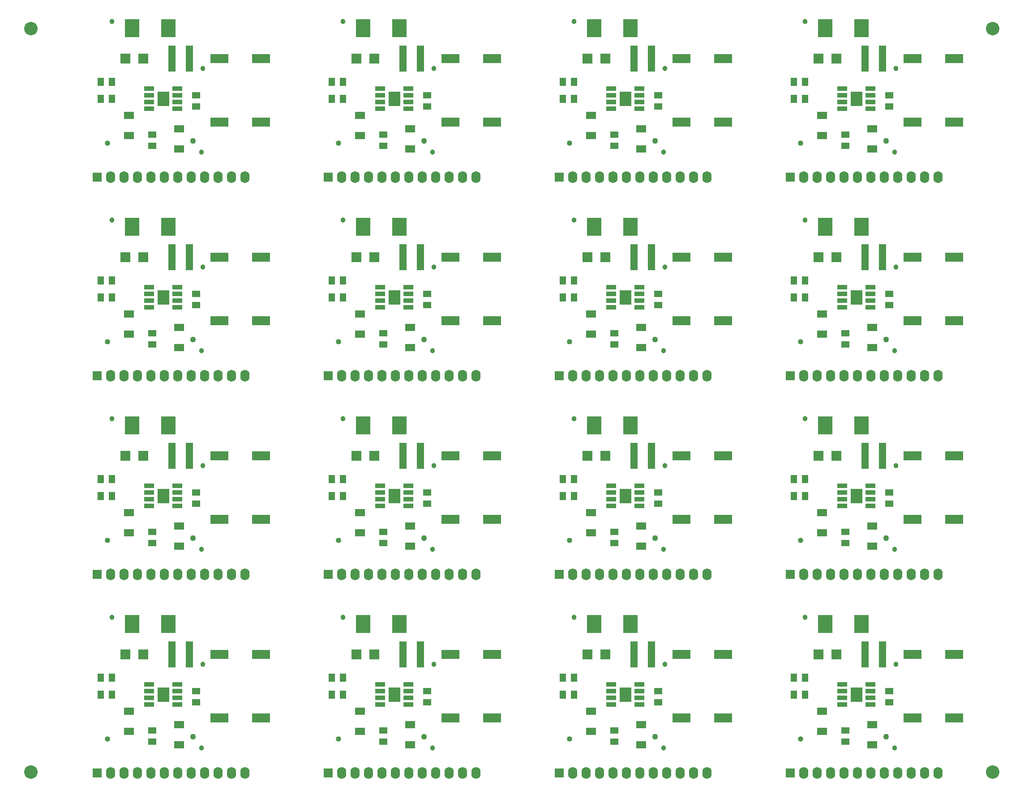
<source format=gts>
G04*
G04 #@! TF.GenerationSoftware,Altium Limited,Altium Designer,18.1.9 (240)*
G04*
G04 Layer_Color=8388736*
%FSLAX24Y24*%
%MOIN*%
G70*
G01*
G75*
%ADD27C,0.0400*%
%ADD36C,0.1000*%
%ADD37R,0.1360X0.0680*%
%ADD38R,0.0780X0.0360*%
%ADD39R,0.0880X0.1080*%
%ADD40R,0.0480X0.0590*%
%ADD41R,0.0540X0.1930*%
%ADD42R,0.1080X0.1380*%
%ADD43R,0.0780X0.0580*%
%ADD44R,0.0720X0.0720*%
%ADD45R,0.0590X0.0480*%
%ADD46O,0.0680X0.0880*%
%ADD47R,0.0680X0.0680*%
%ADD48C,0.0380*%
%ADD49C,0.0430*%
D27*
X6680Y5960D02*
D03*
X23880D02*
D03*
X41080D02*
D03*
X58280D02*
D03*
X6680Y20760D02*
D03*
X23880D02*
D03*
X41080D02*
D03*
X58280D02*
D03*
X6680Y35560D02*
D03*
X23880D02*
D03*
X41080D02*
D03*
X58280D02*
D03*
X6680Y50360D02*
D03*
X23880D02*
D03*
X41080D02*
D03*
X58280D02*
D03*
D36*
X72600Y3500D02*
D03*
Y58900D02*
D03*
X1000D02*
D03*
Y3500D02*
D03*
D37*
X18125Y12275D02*
D03*
X15025D02*
D03*
X18125Y7525D02*
D03*
X15025D02*
D03*
X35325Y12275D02*
D03*
X32225D02*
D03*
X35325Y7525D02*
D03*
X32225D02*
D03*
X52525Y12275D02*
D03*
X49425D02*
D03*
X52525Y7525D02*
D03*
X49425D02*
D03*
X69725Y12275D02*
D03*
X66625D02*
D03*
X69725Y7525D02*
D03*
X66625D02*
D03*
X18125Y27075D02*
D03*
X15025D02*
D03*
X18125Y22325D02*
D03*
X15025D02*
D03*
X35325Y27075D02*
D03*
X32225D02*
D03*
X35325Y22325D02*
D03*
X32225D02*
D03*
X52525Y27075D02*
D03*
X49425D02*
D03*
X52525Y22325D02*
D03*
X49425D02*
D03*
X69725Y27075D02*
D03*
X66625D02*
D03*
X69725Y22325D02*
D03*
X66625D02*
D03*
X18125Y41875D02*
D03*
X15025D02*
D03*
X18125Y37125D02*
D03*
X15025D02*
D03*
X35325Y41875D02*
D03*
X32225D02*
D03*
X35325Y37125D02*
D03*
X32225D02*
D03*
X52525Y41875D02*
D03*
X49425D02*
D03*
X52525Y37125D02*
D03*
X49425D02*
D03*
X69725Y41875D02*
D03*
X66625D02*
D03*
X69725Y37125D02*
D03*
X66625D02*
D03*
X18125Y56675D02*
D03*
X15025D02*
D03*
X18125Y51925D02*
D03*
X15025D02*
D03*
X35325Y56675D02*
D03*
X32225D02*
D03*
X35325Y51925D02*
D03*
X32225D02*
D03*
X52525Y56675D02*
D03*
X49425D02*
D03*
X52525Y51925D02*
D03*
X49425D02*
D03*
X69725Y56675D02*
D03*
X66625D02*
D03*
X69725Y51925D02*
D03*
X66625D02*
D03*
D38*
X11875Y10025D02*
D03*
Y8525D02*
D03*
Y9025D02*
D03*
Y9525D02*
D03*
X9775Y10025D02*
D03*
Y8525D02*
D03*
Y9025D02*
D03*
Y9525D02*
D03*
X29075Y10025D02*
D03*
Y8525D02*
D03*
Y9025D02*
D03*
Y9525D02*
D03*
X26975Y10025D02*
D03*
Y8525D02*
D03*
Y9025D02*
D03*
Y9525D02*
D03*
X46275Y10025D02*
D03*
Y8525D02*
D03*
Y9025D02*
D03*
Y9525D02*
D03*
X44175Y10025D02*
D03*
Y8525D02*
D03*
Y9025D02*
D03*
Y9525D02*
D03*
X63475Y10025D02*
D03*
Y8525D02*
D03*
Y9025D02*
D03*
Y9525D02*
D03*
X61375Y10025D02*
D03*
Y8525D02*
D03*
Y9025D02*
D03*
Y9525D02*
D03*
X11875Y24825D02*
D03*
Y23325D02*
D03*
Y23825D02*
D03*
Y24325D02*
D03*
X9775Y24825D02*
D03*
Y23325D02*
D03*
Y23825D02*
D03*
Y24325D02*
D03*
X29075Y24825D02*
D03*
Y23325D02*
D03*
Y23825D02*
D03*
Y24325D02*
D03*
X26975Y24825D02*
D03*
Y23325D02*
D03*
Y23825D02*
D03*
Y24325D02*
D03*
X46275Y24825D02*
D03*
Y23325D02*
D03*
Y23825D02*
D03*
Y24325D02*
D03*
X44175Y24825D02*
D03*
Y23325D02*
D03*
Y23825D02*
D03*
Y24325D02*
D03*
X63475Y24825D02*
D03*
Y23325D02*
D03*
Y23825D02*
D03*
Y24325D02*
D03*
X61375Y24825D02*
D03*
Y23325D02*
D03*
Y23825D02*
D03*
Y24325D02*
D03*
X11875Y39625D02*
D03*
Y38125D02*
D03*
Y38625D02*
D03*
Y39125D02*
D03*
X9775Y39625D02*
D03*
Y38125D02*
D03*
Y38625D02*
D03*
Y39125D02*
D03*
X29075Y39625D02*
D03*
Y38125D02*
D03*
Y38625D02*
D03*
Y39125D02*
D03*
X26975Y39625D02*
D03*
Y38125D02*
D03*
Y38625D02*
D03*
Y39125D02*
D03*
X46275Y39625D02*
D03*
Y38125D02*
D03*
Y38625D02*
D03*
Y39125D02*
D03*
X44175Y39625D02*
D03*
Y38125D02*
D03*
Y38625D02*
D03*
Y39125D02*
D03*
X63475Y39625D02*
D03*
Y38125D02*
D03*
Y38625D02*
D03*
Y39125D02*
D03*
X61375Y39625D02*
D03*
Y38125D02*
D03*
Y38625D02*
D03*
Y39125D02*
D03*
X11875Y54425D02*
D03*
Y52925D02*
D03*
Y53425D02*
D03*
Y53925D02*
D03*
X9775Y54425D02*
D03*
Y52925D02*
D03*
Y53425D02*
D03*
Y53925D02*
D03*
X29075Y54425D02*
D03*
Y52925D02*
D03*
Y53425D02*
D03*
Y53925D02*
D03*
X26975Y54425D02*
D03*
Y52925D02*
D03*
Y53425D02*
D03*
Y53925D02*
D03*
X46275Y54425D02*
D03*
Y52925D02*
D03*
Y53425D02*
D03*
Y53925D02*
D03*
X44175Y54425D02*
D03*
Y52925D02*
D03*
Y53425D02*
D03*
Y53925D02*
D03*
X63475Y54425D02*
D03*
Y52925D02*
D03*
Y53425D02*
D03*
Y53925D02*
D03*
X61375Y54425D02*
D03*
Y52925D02*
D03*
Y53425D02*
D03*
Y53925D02*
D03*
D39*
X10835Y9275D02*
D03*
X28035D02*
D03*
X45235D02*
D03*
X62435D02*
D03*
X10835Y24075D02*
D03*
X28035D02*
D03*
X45235D02*
D03*
X62435D02*
D03*
X10835Y38875D02*
D03*
X28035D02*
D03*
X45235D02*
D03*
X62435D02*
D03*
X10835Y53675D02*
D03*
X28035D02*
D03*
X45235D02*
D03*
X62435D02*
D03*
D40*
X6195Y10525D02*
D03*
X7025D02*
D03*
X6195Y9275D02*
D03*
X7025D02*
D03*
X23395Y10525D02*
D03*
X24225D02*
D03*
X23395Y9275D02*
D03*
X24225D02*
D03*
X40595Y10525D02*
D03*
X41425D02*
D03*
X40595Y9275D02*
D03*
X41425D02*
D03*
X57795Y10525D02*
D03*
X58625D02*
D03*
X57795Y9275D02*
D03*
X58625D02*
D03*
X6195Y25325D02*
D03*
X7025D02*
D03*
X6195Y24075D02*
D03*
X7025D02*
D03*
X23395Y25325D02*
D03*
X24225D02*
D03*
X23395Y24075D02*
D03*
X24225D02*
D03*
X40595Y25325D02*
D03*
X41425D02*
D03*
X40595Y24075D02*
D03*
X41425D02*
D03*
X57795Y25325D02*
D03*
X58625D02*
D03*
X57795Y24075D02*
D03*
X58625D02*
D03*
X6195Y40125D02*
D03*
X7025D02*
D03*
X6195Y38875D02*
D03*
X7025D02*
D03*
X23395Y40125D02*
D03*
X24225D02*
D03*
X23395Y38875D02*
D03*
X24225D02*
D03*
X40595Y40125D02*
D03*
X41425D02*
D03*
X40595Y38875D02*
D03*
X41425D02*
D03*
X57795Y40125D02*
D03*
X58625D02*
D03*
X57795Y38875D02*
D03*
X58625D02*
D03*
X6195Y54925D02*
D03*
X7025D02*
D03*
X6195Y53675D02*
D03*
X7025D02*
D03*
X23395Y54925D02*
D03*
X24225D02*
D03*
X23395Y53675D02*
D03*
X24225D02*
D03*
X40595Y54925D02*
D03*
X41425D02*
D03*
X40595Y53675D02*
D03*
X41425D02*
D03*
X57795Y54925D02*
D03*
X58625D02*
D03*
X57795Y53675D02*
D03*
X58625D02*
D03*
D41*
X11475Y12275D02*
D03*
X12775D02*
D03*
X28675D02*
D03*
X29975D02*
D03*
X45875D02*
D03*
X47175D02*
D03*
X63075D02*
D03*
X64375D02*
D03*
X11475Y27075D02*
D03*
X12775D02*
D03*
X28675D02*
D03*
X29975D02*
D03*
X45875D02*
D03*
X47175D02*
D03*
X63075D02*
D03*
X64375D02*
D03*
X11475Y41875D02*
D03*
X12775D02*
D03*
X28675D02*
D03*
X29975D02*
D03*
X45875D02*
D03*
X47175D02*
D03*
X63075D02*
D03*
X64375D02*
D03*
X11475Y56675D02*
D03*
X12775D02*
D03*
X28675D02*
D03*
X29975D02*
D03*
X45875D02*
D03*
X47175D02*
D03*
X63075D02*
D03*
X64375D02*
D03*
D42*
X8525Y14525D02*
D03*
X11225D02*
D03*
X25725D02*
D03*
X28425D02*
D03*
X42925D02*
D03*
X45625D02*
D03*
X60125D02*
D03*
X62825D02*
D03*
X8525Y29325D02*
D03*
X11225D02*
D03*
X25725D02*
D03*
X28425D02*
D03*
X42925D02*
D03*
X45625D02*
D03*
X60125D02*
D03*
X62825D02*
D03*
X8525Y44125D02*
D03*
X11225D02*
D03*
X25725D02*
D03*
X28425D02*
D03*
X42925D02*
D03*
X45625D02*
D03*
X60125D02*
D03*
X62825D02*
D03*
X8525Y58925D02*
D03*
X11225D02*
D03*
X25725D02*
D03*
X28425D02*
D03*
X42925D02*
D03*
X45625D02*
D03*
X60125D02*
D03*
X62825D02*
D03*
D43*
X8275Y6525D02*
D03*
Y8025D02*
D03*
X12025Y7025D02*
D03*
Y5525D02*
D03*
X25475Y6525D02*
D03*
Y8025D02*
D03*
X29225Y7025D02*
D03*
Y5525D02*
D03*
X42675Y6525D02*
D03*
Y8025D02*
D03*
X46425Y7025D02*
D03*
Y5525D02*
D03*
X59875Y6525D02*
D03*
Y8025D02*
D03*
X63625Y7025D02*
D03*
Y5525D02*
D03*
X8275Y21325D02*
D03*
Y22825D02*
D03*
X12025Y21825D02*
D03*
Y20325D02*
D03*
X25475Y21325D02*
D03*
Y22825D02*
D03*
X29225Y21825D02*
D03*
Y20325D02*
D03*
X42675Y21325D02*
D03*
Y22825D02*
D03*
X46425Y21825D02*
D03*
Y20325D02*
D03*
X59875Y21325D02*
D03*
Y22825D02*
D03*
X63625Y21825D02*
D03*
Y20325D02*
D03*
X8275Y36125D02*
D03*
Y37625D02*
D03*
X12025Y36625D02*
D03*
Y35125D02*
D03*
X25475Y36125D02*
D03*
Y37625D02*
D03*
X29225Y36625D02*
D03*
Y35125D02*
D03*
X42675Y36125D02*
D03*
Y37625D02*
D03*
X46425Y36625D02*
D03*
Y35125D02*
D03*
X59875Y36125D02*
D03*
Y37625D02*
D03*
X63625Y36625D02*
D03*
Y35125D02*
D03*
X8275Y50925D02*
D03*
Y52425D02*
D03*
X12025Y51425D02*
D03*
Y49925D02*
D03*
X25475Y50925D02*
D03*
Y52425D02*
D03*
X29225Y51425D02*
D03*
Y49925D02*
D03*
X42675Y50925D02*
D03*
Y52425D02*
D03*
X46425Y51425D02*
D03*
Y49925D02*
D03*
X59875Y50925D02*
D03*
Y52425D02*
D03*
X63625Y51425D02*
D03*
Y49925D02*
D03*
D44*
X9365Y12275D02*
D03*
X8025D02*
D03*
X26565D02*
D03*
X25225D02*
D03*
X43765D02*
D03*
X42425D02*
D03*
X60965D02*
D03*
X59625D02*
D03*
X9365Y27075D02*
D03*
X8025D02*
D03*
X26565D02*
D03*
X25225D02*
D03*
X43765D02*
D03*
X42425D02*
D03*
X60965D02*
D03*
X59625D02*
D03*
X9365Y41875D02*
D03*
X8025D02*
D03*
X26565D02*
D03*
X25225D02*
D03*
X43765D02*
D03*
X42425D02*
D03*
X60965D02*
D03*
X59625D02*
D03*
X9365Y56675D02*
D03*
X8025D02*
D03*
X26565D02*
D03*
X25225D02*
D03*
X43765D02*
D03*
X42425D02*
D03*
X60965D02*
D03*
X59625D02*
D03*
D45*
X13275Y8695D02*
D03*
Y9525D02*
D03*
X10025Y6605D02*
D03*
Y5775D02*
D03*
X30475Y8695D02*
D03*
Y9525D02*
D03*
X27225Y6605D02*
D03*
Y5775D02*
D03*
X47675Y8695D02*
D03*
Y9525D02*
D03*
X44425Y6605D02*
D03*
Y5775D02*
D03*
X64875Y8695D02*
D03*
Y9525D02*
D03*
X61625Y6605D02*
D03*
Y5775D02*
D03*
X13275Y23495D02*
D03*
Y24325D02*
D03*
X10025Y21405D02*
D03*
Y20575D02*
D03*
X30475Y23495D02*
D03*
Y24325D02*
D03*
X27225Y21405D02*
D03*
Y20575D02*
D03*
X47675Y23495D02*
D03*
Y24325D02*
D03*
X44425Y21405D02*
D03*
Y20575D02*
D03*
X64875Y23495D02*
D03*
Y24325D02*
D03*
X61625Y21405D02*
D03*
Y20575D02*
D03*
X13275Y38295D02*
D03*
Y39125D02*
D03*
X10025Y36205D02*
D03*
Y35375D02*
D03*
X30475Y38295D02*
D03*
Y39125D02*
D03*
X27225Y36205D02*
D03*
Y35375D02*
D03*
X47675Y38295D02*
D03*
Y39125D02*
D03*
X44425Y36205D02*
D03*
Y35375D02*
D03*
X64875Y38295D02*
D03*
Y39125D02*
D03*
X61625Y36205D02*
D03*
Y35375D02*
D03*
X13275Y53095D02*
D03*
Y53925D02*
D03*
X10025Y51005D02*
D03*
Y50175D02*
D03*
X30475Y53095D02*
D03*
Y53925D02*
D03*
X27225Y51005D02*
D03*
Y50175D02*
D03*
X47675Y53095D02*
D03*
Y53925D02*
D03*
X44425Y51005D02*
D03*
Y50175D02*
D03*
X64875Y53095D02*
D03*
Y53925D02*
D03*
X61625Y51005D02*
D03*
Y50175D02*
D03*
D46*
X6925Y3425D02*
D03*
X7925D02*
D03*
X8925D02*
D03*
X9925D02*
D03*
X10925D02*
D03*
X11925D02*
D03*
X12925D02*
D03*
X13925D02*
D03*
X14925D02*
D03*
X15925D02*
D03*
X16925D02*
D03*
X24125D02*
D03*
X25125D02*
D03*
X26125D02*
D03*
X27125D02*
D03*
X28125D02*
D03*
X29125D02*
D03*
X30125D02*
D03*
X31125D02*
D03*
X32125D02*
D03*
X33125D02*
D03*
X34125D02*
D03*
X41325D02*
D03*
X42325D02*
D03*
X43325D02*
D03*
X44325D02*
D03*
X45325D02*
D03*
X46325D02*
D03*
X47325D02*
D03*
X48325D02*
D03*
X49325D02*
D03*
X50325D02*
D03*
X51325D02*
D03*
X58525D02*
D03*
X59525D02*
D03*
X60525D02*
D03*
X61525D02*
D03*
X62525D02*
D03*
X63525D02*
D03*
X64525D02*
D03*
X65525D02*
D03*
X66525D02*
D03*
X67525D02*
D03*
X68525D02*
D03*
X6925Y18225D02*
D03*
X7925D02*
D03*
X8925D02*
D03*
X9925D02*
D03*
X10925D02*
D03*
X11925D02*
D03*
X12925D02*
D03*
X13925D02*
D03*
X14925D02*
D03*
X15925D02*
D03*
X16925D02*
D03*
X24125D02*
D03*
X25125D02*
D03*
X26125D02*
D03*
X27125D02*
D03*
X28125D02*
D03*
X29125D02*
D03*
X30125D02*
D03*
X31125D02*
D03*
X32125D02*
D03*
X33125D02*
D03*
X34125D02*
D03*
X41325D02*
D03*
X42325D02*
D03*
X43325D02*
D03*
X44325D02*
D03*
X45325D02*
D03*
X46325D02*
D03*
X47325D02*
D03*
X48325D02*
D03*
X49325D02*
D03*
X50325D02*
D03*
X51325D02*
D03*
X58525D02*
D03*
X59525D02*
D03*
X60525D02*
D03*
X61525D02*
D03*
X62525D02*
D03*
X63525D02*
D03*
X64525D02*
D03*
X65525D02*
D03*
X66525D02*
D03*
X67525D02*
D03*
X68525D02*
D03*
X6925Y33025D02*
D03*
X7925D02*
D03*
X8925D02*
D03*
X9925D02*
D03*
X10925D02*
D03*
X11925D02*
D03*
X12925D02*
D03*
X13925D02*
D03*
X14925D02*
D03*
X15925D02*
D03*
X16925D02*
D03*
X24125D02*
D03*
X25125D02*
D03*
X26125D02*
D03*
X27125D02*
D03*
X28125D02*
D03*
X29125D02*
D03*
X30125D02*
D03*
X31125D02*
D03*
X32125D02*
D03*
X33125D02*
D03*
X34125D02*
D03*
X41325D02*
D03*
X42325D02*
D03*
X43325D02*
D03*
X44325D02*
D03*
X45325D02*
D03*
X46325D02*
D03*
X47325D02*
D03*
X48325D02*
D03*
X49325D02*
D03*
X50325D02*
D03*
X51325D02*
D03*
X58525D02*
D03*
X59525D02*
D03*
X60525D02*
D03*
X61525D02*
D03*
X62525D02*
D03*
X63525D02*
D03*
X64525D02*
D03*
X65525D02*
D03*
X66525D02*
D03*
X67525D02*
D03*
X68525D02*
D03*
X6925Y47825D02*
D03*
X7925D02*
D03*
X8925D02*
D03*
X9925D02*
D03*
X10925D02*
D03*
X11925D02*
D03*
X12925D02*
D03*
X13925D02*
D03*
X14925D02*
D03*
X15925D02*
D03*
X16925D02*
D03*
X24125D02*
D03*
X25125D02*
D03*
X26125D02*
D03*
X27125D02*
D03*
X28125D02*
D03*
X29125D02*
D03*
X30125D02*
D03*
X31125D02*
D03*
X32125D02*
D03*
X33125D02*
D03*
X34125D02*
D03*
X41325D02*
D03*
X42325D02*
D03*
X43325D02*
D03*
X44325D02*
D03*
X45325D02*
D03*
X46325D02*
D03*
X47325D02*
D03*
X48325D02*
D03*
X49325D02*
D03*
X50325D02*
D03*
X51325D02*
D03*
X58525D02*
D03*
X59525D02*
D03*
X60525D02*
D03*
X61525D02*
D03*
X62525D02*
D03*
X63525D02*
D03*
X64525D02*
D03*
X65525D02*
D03*
X66525D02*
D03*
X67525D02*
D03*
X68525D02*
D03*
D47*
X5925Y3425D02*
D03*
X23125D02*
D03*
X40325D02*
D03*
X57525D02*
D03*
X5925Y18225D02*
D03*
X23125D02*
D03*
X40325D02*
D03*
X57525D02*
D03*
X5925Y33025D02*
D03*
X23125D02*
D03*
X40325D02*
D03*
X57525D02*
D03*
X5925Y47825D02*
D03*
X23125D02*
D03*
X40325D02*
D03*
X57525D02*
D03*
D48*
X13690Y5290D02*
D03*
X13775Y11525D02*
D03*
X7025Y15025D02*
D03*
X30890Y5290D02*
D03*
X30975Y11525D02*
D03*
X24225Y15025D02*
D03*
X48090Y5290D02*
D03*
X48175Y11525D02*
D03*
X41425Y15025D02*
D03*
X65290Y5290D02*
D03*
X65375Y11525D02*
D03*
X58625Y15025D02*
D03*
X13690Y20090D02*
D03*
X13775Y26325D02*
D03*
X7025Y29825D02*
D03*
X30890Y20090D02*
D03*
X30975Y26325D02*
D03*
X24225Y29825D02*
D03*
X48090Y20090D02*
D03*
X48175Y26325D02*
D03*
X41425Y29825D02*
D03*
X65290Y20090D02*
D03*
X65375Y26325D02*
D03*
X58625Y29825D02*
D03*
X13690Y34890D02*
D03*
X13775Y41125D02*
D03*
X7025Y44625D02*
D03*
X30890Y34890D02*
D03*
X30975Y41125D02*
D03*
X24225Y44625D02*
D03*
X48090Y34890D02*
D03*
X48175Y41125D02*
D03*
X41425Y44625D02*
D03*
X65290Y34890D02*
D03*
X65375Y41125D02*
D03*
X58625Y44625D02*
D03*
X13690Y49690D02*
D03*
X13775Y55925D02*
D03*
X7025Y59425D02*
D03*
X30890Y49690D02*
D03*
X30975Y55925D02*
D03*
X24225Y59425D02*
D03*
X48090Y49690D02*
D03*
X48175Y55925D02*
D03*
X41425Y59425D02*
D03*
X65290Y49690D02*
D03*
X65375Y55925D02*
D03*
X58625Y59425D02*
D03*
D49*
X13040Y6150D02*
D03*
X30240D02*
D03*
X47440D02*
D03*
X64640D02*
D03*
X13040Y20950D02*
D03*
X30240D02*
D03*
X47440D02*
D03*
X64640D02*
D03*
X13040Y35750D02*
D03*
X30240D02*
D03*
X47440D02*
D03*
X64640D02*
D03*
X13040Y50550D02*
D03*
X30240D02*
D03*
X47440D02*
D03*
X64640D02*
D03*
M02*

</source>
